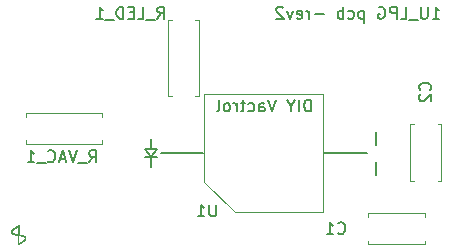
<source format=gbr>
G04 #@! TF.GenerationSoftware,KiCad,Pcbnew,(5.0.0)*
G04 #@! TF.CreationDate,2018-08-29T14:30:47+02:00*
G04 #@! TF.ProjectId,1u_lpg,31755F6C70672E6B696361645F706362,rev?*
G04 #@! TF.SameCoordinates,Original*
G04 #@! TF.FileFunction,Legend,Bot*
G04 #@! TF.FilePolarity,Positive*
%FSLAX46Y46*%
G04 Gerber Fmt 4.6, Leading zero omitted, Abs format (unit mm)*
G04 Created by KiCad (PCBNEW (5.0.0)) date 08/29/18 14:30:47*
%MOMM*%
%LPD*%
G01*
G04 APERTURE LIST*
%ADD10C,0.150000*%
%ADD11C,0.120000*%
%ADD12C,0.050000*%
G04 APERTURE END LIST*
D10*
X36583333Y-1702380D02*
X37154761Y-1702380D01*
X36869047Y-1702380D02*
X36869047Y-702380D01*
X36964285Y-845238D01*
X37059523Y-940476D01*
X37154761Y-988095D01*
X36154761Y-702380D02*
X36154761Y-1511904D01*
X36107142Y-1607142D01*
X36059523Y-1654761D01*
X35964285Y-1702380D01*
X35773809Y-1702380D01*
X35678571Y-1654761D01*
X35630952Y-1607142D01*
X35583333Y-1511904D01*
X35583333Y-702380D01*
X35345238Y-1797619D02*
X34583333Y-1797619D01*
X33869047Y-1702380D02*
X34345238Y-1702380D01*
X34345238Y-702380D01*
X33535714Y-1702380D02*
X33535714Y-702380D01*
X33154761Y-702380D01*
X33059523Y-750000D01*
X33011904Y-797619D01*
X32964285Y-892857D01*
X32964285Y-1035714D01*
X33011904Y-1130952D01*
X33059523Y-1178571D01*
X33154761Y-1226190D01*
X33535714Y-1226190D01*
X32011904Y-750000D02*
X32107142Y-702380D01*
X32250000Y-702380D01*
X32392857Y-750000D01*
X32488095Y-845238D01*
X32535714Y-940476D01*
X32583333Y-1130952D01*
X32583333Y-1273809D01*
X32535714Y-1464285D01*
X32488095Y-1559523D01*
X32392857Y-1654761D01*
X32250000Y-1702380D01*
X32154761Y-1702380D01*
X32011904Y-1654761D01*
X31964285Y-1607142D01*
X31964285Y-1273809D01*
X32154761Y-1273809D01*
X30773809Y-1035714D02*
X30773809Y-2035714D01*
X30773809Y-1083333D02*
X30678571Y-1035714D01*
X30488095Y-1035714D01*
X30392857Y-1083333D01*
X30345238Y-1130952D01*
X30297619Y-1226190D01*
X30297619Y-1511904D01*
X30345238Y-1607142D01*
X30392857Y-1654761D01*
X30488095Y-1702380D01*
X30678571Y-1702380D01*
X30773809Y-1654761D01*
X29440476Y-1654761D02*
X29535714Y-1702380D01*
X29726190Y-1702380D01*
X29821428Y-1654761D01*
X29869047Y-1607142D01*
X29916666Y-1511904D01*
X29916666Y-1226190D01*
X29869047Y-1130952D01*
X29821428Y-1083333D01*
X29726190Y-1035714D01*
X29535714Y-1035714D01*
X29440476Y-1083333D01*
X29011904Y-1702380D02*
X29011904Y-702380D01*
X29011904Y-1083333D02*
X28916666Y-1035714D01*
X28726190Y-1035714D01*
X28630952Y-1083333D01*
X28583333Y-1130952D01*
X28535714Y-1226190D01*
X28535714Y-1511904D01*
X28583333Y-1607142D01*
X28630952Y-1654761D01*
X28726190Y-1702380D01*
X28916666Y-1702380D01*
X29011904Y-1654761D01*
X27345238Y-1321428D02*
X26583333Y-1321428D01*
X26107142Y-1702380D02*
X26107142Y-1035714D01*
X26107142Y-1226190D02*
X26059523Y-1130952D01*
X26011904Y-1083333D01*
X25916666Y-1035714D01*
X25821428Y-1035714D01*
X25107142Y-1654761D02*
X25202380Y-1702380D01*
X25392857Y-1702380D01*
X25488095Y-1654761D01*
X25535714Y-1559523D01*
X25535714Y-1178571D01*
X25488095Y-1083333D01*
X25392857Y-1035714D01*
X25202380Y-1035714D01*
X25107142Y-1083333D01*
X25059523Y-1178571D01*
X25059523Y-1273809D01*
X25535714Y-1369047D01*
X24726190Y-1035714D02*
X24488095Y-1702380D01*
X24250000Y-1035714D01*
X23916666Y-797619D02*
X23869047Y-750000D01*
X23773809Y-702380D01*
X23535714Y-702380D01*
X23440476Y-750000D01*
X23392857Y-797619D01*
X23345238Y-892857D01*
X23345238Y-988095D01*
X23392857Y-1130952D01*
X23964285Y-1702380D01*
X23345238Y-1702380D01*
G04 #@! TO.C,U1*
X31750000Y-12400000D02*
X31750000Y-11300000D01*
X31750000Y-13800000D02*
X31750000Y-14900000D01*
X27350000Y-13100000D02*
X31050000Y-13100000D01*
X17150000Y-13100000D02*
X13550000Y-13100000D01*
X12750000Y-12700000D02*
X12750000Y-11900000D01*
X12750000Y-13400000D02*
X12750000Y-14300000D01*
X12250000Y-12700000D02*
X12750000Y-13400000D01*
X13250000Y-12700000D02*
X12250000Y-12700000D01*
X12750000Y-13400000D02*
X13250000Y-12700000D01*
X13250000Y-13400000D02*
X12250000Y-13400000D01*
D11*
X27260000Y-8090000D02*
X27260000Y-18110000D01*
X17240000Y-8090000D02*
X27260000Y-8090000D01*
X17240000Y-15530000D02*
X17240000Y-8090000D01*
X19820000Y-18110000D02*
X17240000Y-15530000D01*
X27260000Y-18110000D02*
X19820000Y-18110000D01*
G04 #@! TO.C,R_VAC_1*
X8600000Y-10020000D02*
X8600000Y-9690000D01*
X8600000Y-9690000D02*
X2180000Y-9690000D01*
X2180000Y-9690000D02*
X2180000Y-10020000D01*
X8600000Y-11980000D02*
X8600000Y-12310000D01*
X8600000Y-12310000D02*
X2180000Y-12310000D01*
X2180000Y-12310000D02*
X2180000Y-11980000D01*
G04 #@! TO.C,R_LED_1*
X16810000Y-8270000D02*
X16480000Y-8270000D01*
X16810000Y-1850000D02*
X16810000Y-8270000D01*
X16480000Y-1850000D02*
X16810000Y-1850000D01*
X14190000Y-8270000D02*
X14520000Y-8270000D01*
X14190000Y-1850000D02*
X14190000Y-8270000D01*
X14520000Y-1850000D02*
X14190000Y-1850000D01*
G04 #@! TO.C,C1*
X35910000Y-18504000D02*
X35910000Y-18190000D01*
X35910000Y-20810000D02*
X35910000Y-20496000D01*
X31090000Y-18504000D02*
X31090000Y-18190000D01*
X31090000Y-20810000D02*
X31090000Y-20496000D01*
X31090000Y-18190000D02*
X35910000Y-18190000D01*
X31090000Y-20810000D02*
X35910000Y-20810000D01*
G04 #@! TO.C,C2*
X34690000Y-10590000D02*
X34690000Y-15410000D01*
X37310000Y-10590000D02*
X37310000Y-15410000D01*
X34690000Y-10590000D02*
X35004000Y-10590000D01*
X36996000Y-10590000D02*
X37310000Y-10590000D01*
X34690000Y-15410000D02*
X35004000Y-15410000D01*
X36996000Y-15410000D02*
X37310000Y-15410000D01*
D12*
G04 #@! TO.C,REF\002A\002A*
X1329657Y-19949699D02*
X1339733Y-19951487D01*
X1359927Y-19954917D02*
X1370044Y-19956560D01*
X1410559Y-19962681D02*
X1420695Y-19964103D01*
X1319575Y-19947856D02*
X1329657Y-19949699D01*
X1160402Y-19909566D02*
X1170193Y-19912559D01*
X1370044Y-19956560D02*
X1380167Y-19958158D01*
X1400417Y-19961215D02*
X1410559Y-19962681D01*
X1451140Y-19968131D02*
X1461305Y-19969398D01*
X1380167Y-19958158D02*
X1390289Y-19959708D01*
X1249395Y-19933353D02*
X1259383Y-19935612D01*
X1239430Y-19931026D02*
X1249395Y-19933353D01*
X1440986Y-19966827D02*
X1451140Y-19968131D01*
X1170193Y-19912559D02*
X1180018Y-19915456D01*
X1501969Y-19974103D02*
X1502011Y-19974108D01*
X1219542Y-19926155D02*
X1229475Y-19928627D01*
X1502011Y-19974108D02*
X1502009Y-19974105D01*
X1481623Y-19971820D02*
X1491799Y-19972979D01*
X1229475Y-19928627D02*
X1239430Y-19931026D01*
X1121566Y-19896514D02*
X1131213Y-19899949D01*
X1430842Y-19965485D02*
X1440986Y-19966827D01*
X1269390Y-19937806D02*
X1279396Y-19939933D01*
X1199742Y-19920976D02*
X1209628Y-19923605D01*
X1299459Y-19944009D02*
X1309506Y-19945959D01*
X1150635Y-19906469D02*
X1160402Y-19909566D01*
X1420695Y-19964103D02*
X1430842Y-19965485D01*
X1189875Y-19918262D02*
X1199742Y-19920976D01*
X1339733Y-19951487D02*
X1349818Y-19953225D01*
X1289416Y-19942000D02*
X1299459Y-19944009D01*
X1471457Y-19970626D02*
X1481623Y-19971820D01*
X1349818Y-19953225D02*
X1359927Y-19954917D01*
X1140909Y-19903267D02*
X1150635Y-19906469D01*
X1209628Y-19923605D02*
X1219542Y-19926155D01*
X1390289Y-19959708D02*
X1400417Y-19961215D01*
X1309506Y-19945959D02*
X1319575Y-19947856D01*
X1180018Y-19915456D02*
X1189875Y-19918262D01*
X1131213Y-19899949D02*
X1140909Y-19903267D01*
X1461305Y-19969398D02*
X1471457Y-19970626D01*
X1259383Y-19935612D02*
X1269390Y-19937806D01*
X1491799Y-19972979D02*
X1501969Y-19974103D01*
X1279396Y-19939933D02*
X1289416Y-19942000D01*
X1183441Y-19468631D02*
X1175027Y-19474637D01*
X1109350Y-19524808D02*
X1101383Y-19531379D01*
X1150037Y-19492989D02*
X1141796Y-19499223D01*
X1166658Y-19480695D02*
X1158331Y-19486809D01*
X1055077Y-19572587D02*
X1047668Y-19579789D01*
X1092937Y-19885419D02*
X1102432Y-19889261D01*
X1208881Y-19450936D02*
X1200368Y-19456783D01*
X1083509Y-19881426D02*
X1092937Y-19885419D01*
X1217439Y-19445130D02*
X1208881Y-19450936D01*
X1037652Y-19858729D02*
X1046616Y-19863685D01*
X1074155Y-19877270D02*
X1083509Y-19881426D01*
X1085636Y-19544766D02*
X1077864Y-19551590D01*
X1070185Y-19558491D02*
X1062590Y-19565485D01*
X1020176Y-19848067D02*
X1028829Y-19853530D01*
X1158331Y-19486809D02*
X1150037Y-19492989D01*
X1055695Y-19868414D02*
X1064885Y-19872940D01*
X952207Y-19721990D02*
X950635Y-19732065D01*
X1125472Y-19511875D02*
X1117387Y-19518303D01*
X1033178Y-19594536D02*
X1026206Y-19601969D01*
X1191889Y-19462680D02*
X1183441Y-19468631D01*
X1175027Y-19474637D02*
X1166658Y-19480695D01*
X1011717Y-19842312D02*
X1020176Y-19848067D01*
X974091Y-19807869D02*
X980739Y-19815650D01*
X1117387Y-19518303D02*
X1109350Y-19524808D01*
X957798Y-19702428D02*
X954631Y-19712105D01*
X1006003Y-19624916D02*
X999566Y-19632811D01*
X1062590Y-19565485D02*
X1055077Y-19572587D01*
X1111971Y-19892953D02*
X1121566Y-19896514D01*
X1102432Y-19889261D02*
X1111971Y-19892953D01*
X1064885Y-19872940D02*
X1074155Y-19877270D01*
X970747Y-19674771D02*
X965945Y-19683759D01*
X965945Y-19683759D02*
X961600Y-19692979D01*
X993309Y-19640855D02*
X987261Y-19649059D01*
X951990Y-19762467D02*
X954591Y-19772305D01*
X1046616Y-19863685D02*
X1055695Y-19868414D01*
X968087Y-19799644D02*
X974091Y-19807869D01*
X981461Y-19657431D02*
X975942Y-19665994D01*
X1077864Y-19551590D02*
X1070185Y-19558491D01*
X950465Y-19752405D02*
X951990Y-19762467D01*
X1019341Y-19609505D02*
X1012602Y-19617150D01*
X1003489Y-19836231D02*
X1011717Y-19842312D01*
X995539Y-19829790D02*
X1003489Y-19836231D01*
X954591Y-19772305D02*
X958215Y-19781836D01*
X987261Y-19649059D02*
X981461Y-19657431D01*
X1040367Y-19587101D02*
X1033178Y-19594536D01*
X1133607Y-19505518D02*
X1125472Y-19511875D01*
X1101383Y-19531379D02*
X1093474Y-19538033D01*
X1141796Y-19499223D02*
X1133607Y-19505518D01*
X1200368Y-19456783D02*
X1191889Y-19462680D01*
X962751Y-19790958D02*
X968087Y-19799644D01*
X961600Y-19692979D02*
X957798Y-19702428D01*
X975942Y-19665994D02*
X970747Y-19674771D01*
X1028829Y-19853530D02*
X1037652Y-19858729D01*
X987923Y-19822939D02*
X995539Y-19829790D01*
X980739Y-19815650D02*
X987923Y-19822939D01*
X950028Y-19742225D02*
X950465Y-19752405D01*
X958215Y-19781836D02*
X962751Y-19790958D01*
X1093474Y-19538033D02*
X1085636Y-19544766D01*
X950635Y-19732065D02*
X950028Y-19742225D01*
X954631Y-19712105D02*
X952207Y-19721990D01*
X999566Y-19632811D02*
X993309Y-19640855D01*
X1047668Y-19579789D02*
X1040367Y-19587101D01*
X1012602Y-19617150D02*
X1006003Y-19624916D01*
X1026206Y-19601969D02*
X1019341Y-19609505D01*
X2043467Y-20136941D02*
X2050798Y-20143938D01*
X2020037Y-20117576D02*
X2028069Y-20123763D01*
X2011808Y-20111653D02*
X2020037Y-20117576D01*
X2057864Y-20151210D02*
X2064644Y-20158753D01*
X2050798Y-20143938D02*
X2057864Y-20151210D01*
X2003405Y-20105989D02*
X2011808Y-20111653D01*
X1977270Y-20090450D02*
X1986119Y-20095396D01*
X2035892Y-20130223D02*
X2043467Y-20136941D01*
X2028069Y-20123763D02*
X2035892Y-20130223D01*
X1994834Y-20100572D02*
X2003405Y-20105989D01*
X1986119Y-20095396D02*
X1994834Y-20100572D01*
X2100212Y-20230802D02*
X2101950Y-20240819D01*
X2071116Y-20166552D02*
X2076996Y-20174842D01*
X2064644Y-20158753D02*
X2071116Y-20166552D01*
X2091284Y-20201710D02*
X2094872Y-20211213D01*
X2101950Y-20240819D02*
X2103057Y-20250912D01*
X2087099Y-20192457D02*
X2091284Y-20201710D01*
X2103057Y-20250912D02*
X2103533Y-20261056D01*
X2097851Y-20220925D02*
X2100212Y-20230802D01*
X2094872Y-20211213D02*
X2097851Y-20220925D01*
X2082327Y-20183482D02*
X2087099Y-20192457D01*
X2076996Y-20174842D02*
X2082327Y-20183482D01*
X1775603Y-20019085D02*
X1785579Y-20021589D01*
X1815373Y-20029573D02*
X1825256Y-20032397D01*
X1805462Y-20026831D02*
X1815373Y-20029573D01*
X1844945Y-20038299D02*
X1854736Y-20041376D01*
X1785579Y-20021589D02*
X1795527Y-20024169D01*
X1864510Y-20044545D02*
X1874252Y-20047804D01*
X1795527Y-20024169D02*
X1805462Y-20026831D01*
X1854736Y-20041376D02*
X1864510Y-20044545D01*
X1765618Y-20016659D02*
X1775603Y-20019085D01*
X1835118Y-20035306D02*
X1844945Y-20038299D01*
X1825256Y-20032397D02*
X1835118Y-20035306D01*
X1450533Y-19307611D02*
X1441899Y-19312129D01*
X1424682Y-19321258D02*
X1416099Y-19325869D01*
X1226019Y-19439379D02*
X1217439Y-19445130D01*
X1234641Y-19433666D02*
X1226019Y-19439379D01*
X1243288Y-19428001D02*
X1234641Y-19433666D01*
X1251960Y-19422383D02*
X1243288Y-19428001D01*
X1260660Y-19416807D02*
X1251960Y-19422383D01*
X1278154Y-19405774D02*
X1269394Y-19411270D01*
X1441899Y-19312129D02*
X1433279Y-19316680D01*
X1459189Y-19303123D02*
X1450533Y-19307611D01*
X1398982Y-19335182D02*
X1390456Y-19339879D01*
X1304554Y-19389549D02*
X1295730Y-19394918D01*
X1322285Y-19378923D02*
X1313406Y-19384218D01*
X1416099Y-19325869D02*
X1407527Y-19330513D01*
X1390456Y-19339879D02*
X1381941Y-19344610D01*
X1339598Y-19368747D02*
X1331190Y-19373665D01*
X1269394Y-19411270D02*
X1260660Y-19416807D01*
X1286934Y-19400323D02*
X1278154Y-19405774D01*
X1364958Y-19354168D02*
X1356482Y-19358998D01*
X1295730Y-19394918D02*
X1286934Y-19400323D01*
X1348035Y-19363854D02*
X1339598Y-19368747D01*
X1373446Y-19349371D02*
X1364958Y-19354168D01*
X1356482Y-19358998D02*
X1348035Y-19363854D01*
X1313406Y-19384218D02*
X1304554Y-19389549D01*
X1381941Y-19344610D02*
X1373446Y-19349371D01*
X1433279Y-19316680D02*
X1424682Y-19321258D01*
X1331190Y-19373665D02*
X1322285Y-19378923D01*
X1407527Y-19330513D02*
X1398982Y-19335182D01*
X1468825Y-19333059D02*
X1468797Y-19322667D01*
X1468856Y-19343470D02*
X1468825Y-19333059D01*
X1470281Y-19561999D02*
X1470182Y-19551594D01*
X1468708Y-19260257D02*
X1468706Y-19249862D01*
X1468736Y-19291450D02*
X1468723Y-19281055D01*
X1468753Y-19301857D02*
X1468736Y-19291450D01*
X1470489Y-19582811D02*
X1470384Y-19572413D01*
X1469901Y-19520360D02*
X1469814Y-19509955D01*
X1469291Y-19437124D02*
X1469229Y-19426721D01*
X1469649Y-19489146D02*
X1469571Y-19478734D01*
X1472122Y-19718028D02*
X1471979Y-19707621D01*
X1469425Y-19457931D02*
X1469356Y-19447522D01*
X1472415Y-19738828D02*
X1472267Y-19728424D01*
X1473033Y-19780438D02*
X1472874Y-19770029D01*
X1468890Y-19353868D02*
X1468856Y-19343470D01*
X1469730Y-19499550D02*
X1469649Y-19489146D01*
X1472267Y-19728424D02*
X1472122Y-19718028D01*
X1511522Y-19276996D02*
X1504575Y-19280289D01*
X1469814Y-19509955D02*
X1469730Y-19499550D01*
X1468929Y-19364271D02*
X1468890Y-19353868D01*
X1470182Y-19551594D02*
X1470085Y-19541180D01*
X1468713Y-19270653D02*
X1468708Y-19260257D01*
X1468970Y-19374674D02*
X1468929Y-19364271D01*
X1469171Y-19416311D02*
X1469116Y-19405902D01*
X1470823Y-19614026D02*
X1470709Y-19603626D01*
X1466864Y-19299178D02*
X1459189Y-19303123D01*
X1474547Y-19295264D02*
X1466864Y-19299178D01*
X1482249Y-19291376D02*
X1474547Y-19295264D01*
X1472718Y-19759624D02*
X1472565Y-19749231D01*
X1469116Y-19405902D02*
X1469064Y-19395494D01*
X1489955Y-19287524D02*
X1482249Y-19291376D01*
X1471569Y-19676416D02*
X1471438Y-19666020D01*
X1497684Y-19283702D02*
X1489955Y-19287524D01*
X1469992Y-19530766D02*
X1469901Y-19520360D01*
X1502959Y-19271566D02*
X1511522Y-19276996D01*
X1469015Y-19385084D02*
X1468970Y-19374674D01*
X1470709Y-19603626D02*
X1470598Y-19593215D01*
X1468773Y-19312257D02*
X1468753Y-19301857D01*
X1468797Y-19322667D02*
X1468773Y-19312257D01*
X1469571Y-19478734D02*
X1469496Y-19468324D01*
X1469356Y-19447522D02*
X1469291Y-19437124D01*
X1470941Y-19624421D02*
X1470823Y-19614026D01*
X1471703Y-19686818D02*
X1471569Y-19676416D01*
X1469496Y-19468324D02*
X1469425Y-19457931D01*
X1472565Y-19749231D02*
X1472415Y-19738828D01*
X1471183Y-19645218D02*
X1471060Y-19634815D01*
X1504575Y-19280289D02*
X1497684Y-19283702D01*
X1468723Y-19281055D02*
X1468713Y-19270653D01*
X1469064Y-19395494D02*
X1469015Y-19385084D01*
X1470384Y-19572413D02*
X1470281Y-19561999D01*
X1471060Y-19634815D02*
X1470941Y-19624421D01*
X1494389Y-19266132D02*
X1502959Y-19271566D01*
X1485834Y-19260707D02*
X1494389Y-19266132D01*
X1477267Y-19255275D02*
X1485834Y-19260707D01*
X1468706Y-19249846D02*
X1477267Y-19255275D01*
X1468706Y-19249862D02*
X1468706Y-19249846D01*
X1469229Y-19426721D02*
X1469171Y-19416311D01*
X1471840Y-19697215D02*
X1471703Y-19686818D01*
X1471979Y-19707621D02*
X1471840Y-19697215D01*
X1470085Y-19541180D02*
X1469992Y-19530766D01*
X1470598Y-19593215D02*
X1470489Y-19582811D01*
X1471309Y-19655616D02*
X1471183Y-19645218D01*
X1471438Y-19666020D02*
X1471309Y-19655616D01*
X1472874Y-19770029D02*
X1472718Y-19759624D01*
X1654786Y-19994458D02*
X1664917Y-19996170D01*
X1695261Y-20001648D02*
X1705352Y-20003594D01*
X1705352Y-20003594D02*
X1715440Y-20005604D01*
X1664917Y-19996170D02*
X1675045Y-19997939D01*
X1675045Y-19997939D02*
X1685154Y-19999763D01*
X1755621Y-20014308D02*
X1765618Y-20016659D01*
X1725515Y-20007680D02*
X1735570Y-20009821D01*
X1685154Y-19999763D02*
X1695261Y-20001648D01*
X1745605Y-20012030D02*
X1755621Y-20014308D01*
X1715440Y-20005604D02*
X1725515Y-20007680D01*
X1735570Y-20009821D02*
X1745605Y-20012030D01*
X2102580Y-20281347D02*
X2101147Y-20291419D01*
X2096377Y-20311163D02*
X2092942Y-20320913D01*
X2075342Y-20358294D02*
X2070083Y-20367193D01*
X2080280Y-20349210D02*
X2075342Y-20358294D01*
X2084873Y-20339948D02*
X2080280Y-20349210D01*
X2089100Y-20330515D02*
X2084873Y-20339948D01*
X2103533Y-20261056D02*
X2103374Y-20271224D01*
X2101147Y-20291419D02*
X2099078Y-20301375D01*
X2092942Y-20320913D02*
X2089100Y-20330515D01*
X2099078Y-20301375D02*
X2096377Y-20311163D01*
X2103374Y-20271224D02*
X2102580Y-20281347D01*
X1474394Y-19863642D02*
X1474214Y-19853233D01*
X1474760Y-19884451D02*
X1474575Y-19874044D01*
X1474946Y-19894857D02*
X1474760Y-19884451D01*
X1476529Y-19978088D02*
X1476323Y-19967694D01*
X1476738Y-19988499D02*
X1476529Y-19978088D01*
X1477596Y-20030103D02*
X1477378Y-20019708D01*
X1478040Y-20050902D02*
X1477817Y-20040495D01*
X1477817Y-20040495D02*
X1477596Y-20030103D01*
X1477378Y-20019708D02*
X1477162Y-20009313D01*
X1476323Y-19967694D02*
X1476119Y-19957299D01*
X1475327Y-19915665D02*
X1475135Y-19905257D01*
X1478493Y-20071705D02*
X1478265Y-20061299D01*
X1475917Y-19946888D02*
X1475718Y-19936485D01*
X1474038Y-19842840D02*
X1473864Y-19832433D01*
X1475718Y-19936485D02*
X1475521Y-19926076D01*
X1476949Y-19998902D02*
X1476738Y-19988499D01*
X1478265Y-20061299D02*
X1478040Y-20050902D01*
X1474214Y-19853233D02*
X1474038Y-19842840D01*
X1476119Y-19957299D02*
X1475917Y-19946888D01*
X1473524Y-19811642D02*
X1473357Y-19801235D01*
X1477162Y-20009313D02*
X1476949Y-19998902D01*
X1474575Y-19874044D02*
X1474394Y-19863642D01*
X1475521Y-19926076D02*
X1475327Y-19915665D01*
X1473194Y-19790842D02*
X1473033Y-19780438D01*
X1475135Y-19905257D02*
X1474946Y-19894857D01*
X1473864Y-19832433D02*
X1473692Y-19822038D01*
X1473357Y-19801235D02*
X1473194Y-19790842D01*
X1473692Y-19822038D02*
X1473524Y-19811642D01*
X1491771Y-20560490D02*
X1491435Y-20550091D01*
X1495278Y-20664455D02*
X1494914Y-20654048D01*
X1494914Y-20654048D02*
X1494553Y-20643645D01*
X1492451Y-20581287D02*
X1492110Y-20570885D01*
X1496014Y-20685245D02*
X1495644Y-20674846D01*
X1496765Y-20706049D02*
X1496388Y-20695644D01*
X1493841Y-20622854D02*
X1493490Y-20612463D01*
X1482449Y-20238160D02*
X1482185Y-20227765D01*
X1488521Y-20456528D02*
X1488209Y-20446139D01*
X1490771Y-20529306D02*
X1490442Y-20518917D01*
X1491435Y-20550091D02*
X1491102Y-20539701D01*
X1491102Y-20539701D02*
X1490771Y-20529306D01*
X1493490Y-20612463D02*
X1493141Y-20602071D01*
X1496388Y-20695644D02*
X1496014Y-20685245D01*
X1487287Y-20414946D02*
X1486985Y-20404547D01*
X1489471Y-20487714D02*
X1489152Y-20477315D01*
X1487900Y-20435733D02*
X1487592Y-20425343D01*
X1488209Y-20446139D02*
X1487900Y-20435733D01*
X1490116Y-20508516D02*
X1489792Y-20498113D01*
X1495644Y-20674846D02*
X1495278Y-20664455D01*
X1488835Y-20466922D02*
X1488521Y-20456528D01*
X1478723Y-20082116D02*
X1478493Y-20071705D01*
X1478955Y-20092517D02*
X1478723Y-20082116D01*
X1492795Y-20591681D02*
X1492451Y-20581287D01*
X1479190Y-20102929D02*
X1478955Y-20092517D01*
X1481663Y-20206963D02*
X1481405Y-20196562D01*
X1485797Y-20362954D02*
X1485505Y-20352556D01*
X1479427Y-20113336D02*
X1479190Y-20102929D01*
X1479666Y-20123735D02*
X1479427Y-20113336D01*
X1479908Y-20134146D02*
X1479666Y-20123735D01*
X1486386Y-20383749D02*
X1486090Y-20373344D01*
X1480152Y-20144543D02*
X1479908Y-20134146D01*
X1480398Y-20154946D02*
X1480152Y-20144543D01*
X1480646Y-20165353D02*
X1480398Y-20154946D01*
X1480897Y-20175760D02*
X1480646Y-20165353D01*
X1485505Y-20352556D02*
X1485216Y-20342153D01*
X1481923Y-20217365D02*
X1481663Y-20206963D01*
X1483804Y-20290150D02*
X1483529Y-20279751D01*
X1494196Y-20633252D02*
X1493841Y-20622854D01*
X1483255Y-20269357D02*
X1482984Y-20258959D01*
X1494553Y-20643645D02*
X1494196Y-20633252D01*
X1497146Y-20716445D02*
X1496765Y-20706049D01*
X1497531Y-20726839D02*
X1497146Y-20716445D01*
X1484644Y-20321347D02*
X1484362Y-20310951D01*
X1490442Y-20518917D02*
X1490116Y-20508516D01*
X1497921Y-20737235D02*
X1497531Y-20726839D01*
X1489792Y-20498113D02*
X1489471Y-20487714D01*
X1481150Y-20186164D02*
X1480897Y-20175760D01*
X1482716Y-20248558D02*
X1482449Y-20238160D01*
X1484929Y-20331749D02*
X1484644Y-20321347D01*
X1493141Y-20602071D02*
X1492795Y-20591681D01*
X1484082Y-20300551D02*
X1483804Y-20290150D01*
X1484362Y-20310951D02*
X1484082Y-20300551D01*
X1489152Y-20477315D02*
X1488835Y-20466922D01*
X1481405Y-20196562D02*
X1481150Y-20186164D01*
X1492110Y-20570885D02*
X1491771Y-20560490D01*
X1485216Y-20342153D02*
X1484929Y-20331749D01*
X1486985Y-20404547D02*
X1486684Y-20394151D01*
X1482185Y-20227765D02*
X1481923Y-20217365D01*
X1482984Y-20258959D02*
X1482716Y-20248558D01*
X1483529Y-20279751D02*
X1483255Y-20269357D01*
X1486090Y-20373344D02*
X1485797Y-20362954D01*
X1486684Y-20394151D02*
X1486386Y-20383749D01*
X1487592Y-20425343D02*
X1487287Y-20414946D01*
X1525029Y-19738772D02*
X1524878Y-19749169D01*
X1526845Y-19593139D02*
X1526734Y-19603540D01*
X1526134Y-19655544D02*
X1526006Y-19665948D01*
X1525176Y-19728365D02*
X1525029Y-19738772D01*
X1525322Y-19717962D02*
X1525176Y-19728365D01*
X1526954Y-19582737D02*
X1526845Y-19593139D01*
X1526006Y-19665948D02*
X1525875Y-19676354D01*
X1527059Y-19572334D02*
X1526954Y-19582737D01*
X1527162Y-19561934D02*
X1527059Y-19572334D01*
X1526620Y-19613938D02*
X1526503Y-19624347D01*
X1527358Y-19541127D02*
X1527261Y-19551521D01*
X1525603Y-19697164D02*
X1525464Y-19707566D01*
X1523920Y-19811587D02*
X1523751Y-19821985D01*
X1524086Y-19801190D02*
X1523920Y-19811587D01*
X1526260Y-19645144D02*
X1526134Y-19655544D01*
X1525740Y-19686760D02*
X1525603Y-19697164D01*
X1524411Y-19780383D02*
X1524249Y-19790796D01*
X1524249Y-19790796D02*
X1524086Y-19801190D01*
X1527261Y-19551521D02*
X1527162Y-19561934D01*
X1526383Y-19634749D02*
X1526260Y-19645144D01*
X1527451Y-19530724D02*
X1527358Y-19541127D01*
X1525464Y-19707566D02*
X1525322Y-19717962D01*
X1524725Y-19759580D02*
X1524569Y-19769977D01*
X1525875Y-19676354D02*
X1525740Y-19686760D01*
X1526503Y-19624347D02*
X1526383Y-19634749D01*
X1524569Y-19769977D02*
X1524411Y-19780383D01*
X1526734Y-19603540D02*
X1526620Y-19613938D01*
X1524878Y-19749169D02*
X1524725Y-19759580D01*
X1422805Y-19254363D02*
X1431654Y-19249775D01*
X1528729Y-19270680D02*
X1528720Y-19281076D01*
X1447430Y-19241703D02*
X1455337Y-19237711D01*
X1291964Y-19327104D02*
X1300777Y-19321904D01*
X1528737Y-19230917D02*
X1528737Y-19240393D01*
X1309378Y-19316873D02*
X1318004Y-19311871D01*
X1256926Y-19348247D02*
X1265655Y-19342906D01*
X1528735Y-19260269D02*
X1528729Y-19270680D01*
X1528737Y-19249862D02*
X1528735Y-19260269D01*
X1396379Y-19268313D02*
X1405168Y-19263633D01*
X1318004Y-19311871D02*
X1326642Y-19306904D01*
X1326642Y-19306904D02*
X1335291Y-19301974D01*
X1335291Y-19301974D02*
X1343964Y-19297073D01*
X1265655Y-19342906D02*
X1274398Y-19337607D01*
X1528720Y-19281076D02*
X1528707Y-19291473D01*
X1370087Y-19282557D02*
X1378835Y-19277777D01*
X1431654Y-19249775D02*
X1439538Y-19245723D01*
X1413971Y-19258985D02*
X1422805Y-19254363D01*
X1405168Y-19263633D02*
X1413971Y-19258985D01*
X1352658Y-19292201D02*
X1361360Y-19287365D01*
X1387596Y-19273031D02*
X1396379Y-19268313D01*
X1527541Y-19520313D02*
X1527451Y-19530724D01*
X1528707Y-19291473D02*
X1528690Y-19301871D01*
X1283164Y-19332343D02*
X1291964Y-19327104D01*
X1527794Y-19489119D02*
X1527713Y-19499517D01*
X1528151Y-19437107D02*
X1528086Y-19447508D01*
X1471203Y-19229824D02*
X1478540Y-19226196D01*
X1527629Y-19509910D02*
X1527541Y-19520313D01*
X1527713Y-19499517D02*
X1527629Y-19509910D01*
X1527872Y-19478718D02*
X1527794Y-19489119D01*
X1455337Y-19237711D02*
X1463264Y-19233749D01*
X1527946Y-19468315D02*
X1527872Y-19478718D01*
X1528018Y-19457912D02*
X1527946Y-19468315D01*
X1528086Y-19447508D02*
X1528018Y-19457912D01*
X1528213Y-19426708D02*
X1528151Y-19437107D01*
X1478540Y-19226196D02*
X1485917Y-19222697D01*
X1528272Y-19416312D02*
X1528213Y-19426708D01*
X1528327Y-19405906D02*
X1528272Y-19416312D01*
X1528737Y-19202518D02*
X1528737Y-19211985D01*
X1528379Y-19395505D02*
X1528327Y-19405906D01*
X1528587Y-19343484D02*
X1528552Y-19353887D01*
X1528690Y-19301871D02*
X1528670Y-19312269D01*
X1528737Y-19221457D02*
X1528737Y-19230917D01*
X1503051Y-19214621D02*
X1511604Y-19210590D01*
X1343964Y-19297073D02*
X1352658Y-19292201D01*
X1528427Y-19385096D02*
X1528379Y-19395505D01*
X1361360Y-19287365D02*
X1370087Y-19282557D01*
X1528472Y-19374694D02*
X1528427Y-19385096D01*
X1528737Y-19240393D02*
X1528737Y-19249862D01*
X1494489Y-19218656D02*
X1503051Y-19214621D01*
X1274398Y-19337607D02*
X1283164Y-19332343D01*
X1520170Y-19206554D02*
X1528737Y-19202518D01*
X1511604Y-19210590D02*
X1520170Y-19206554D01*
X1378835Y-19277777D02*
X1387596Y-19273031D01*
X1528618Y-19333076D02*
X1528587Y-19343484D01*
X1300777Y-19321904D02*
X1309378Y-19316873D01*
X1485917Y-19222697D02*
X1494489Y-19218656D01*
X1439538Y-19245723D02*
X1447430Y-19241703D01*
X1528514Y-19364286D02*
X1528472Y-19374694D01*
X1528552Y-19353887D02*
X1528514Y-19364286D01*
X1528646Y-19322666D02*
X1528618Y-19333076D01*
X1528670Y-19312269D02*
X1528646Y-19322666D01*
X1528737Y-19211985D02*
X1528737Y-19221457D01*
X1463264Y-19233749D02*
X1471203Y-19229824D01*
X1506672Y-20529272D02*
X1506341Y-20539671D01*
X1505671Y-20560466D02*
X1505333Y-20570862D01*
X1498316Y-20747630D02*
X1497921Y-20737235D01*
X1498721Y-20758034D02*
X1498316Y-20747630D01*
X1507651Y-20498075D02*
X1507327Y-20508479D01*
X1499521Y-20737221D02*
X1499125Y-20747627D01*
X1506341Y-20539671D02*
X1506008Y-20550067D01*
X1507001Y-20518876D02*
X1506672Y-20529272D01*
X1507327Y-20508479D02*
X1507001Y-20518876D01*
X1507973Y-20487664D02*
X1507651Y-20498075D01*
X1504648Y-20591647D02*
X1504302Y-20602045D01*
X1500677Y-20706039D02*
X1500296Y-20716433D01*
X1501428Y-20685234D02*
X1501054Y-20695639D01*
X1505333Y-20570862D02*
X1504992Y-20581255D01*
X1504302Y-20602045D02*
X1503953Y-20612444D01*
X1502165Y-20664432D02*
X1501798Y-20674837D01*
X1499125Y-20747627D02*
X1498721Y-20758034D01*
X1499911Y-20726825D02*
X1499521Y-20737221D01*
X1503246Y-20633243D02*
X1502889Y-20643636D01*
X1500296Y-20716433D02*
X1499911Y-20726825D01*
X1502528Y-20654031D02*
X1502165Y-20664432D01*
X1503601Y-20622841D02*
X1503246Y-20633243D01*
X1502889Y-20643636D02*
X1502528Y-20654031D01*
X1501054Y-20695639D02*
X1500677Y-20706039D01*
X1503953Y-20612444D02*
X1503601Y-20622841D01*
X1506008Y-20550067D02*
X1505671Y-20560466D01*
X1501798Y-20674837D02*
X1501428Y-20685234D01*
X1504992Y-20581255D02*
X1504648Y-20591647D01*
X1523751Y-19821985D02*
X1523579Y-19832382D01*
X1513640Y-20290057D02*
X1513363Y-20300456D01*
X1518951Y-20071650D02*
X1518721Y-20082052D01*
X1511354Y-20373261D02*
X1511058Y-20383662D01*
X1510760Y-20394068D02*
X1510460Y-20404462D01*
X1512515Y-20331672D02*
X1512228Y-20342072D01*
X1519404Y-20050853D02*
X1519178Y-20061256D01*
X1518017Y-20113250D02*
X1517778Y-20123650D01*
X1516039Y-20196466D02*
X1515782Y-20206864D01*
X1517293Y-20144447D02*
X1517047Y-20154850D01*
X1522116Y-19915606D02*
X1521922Y-19926009D01*
X1512228Y-20342072D02*
X1511939Y-20352463D01*
X1513916Y-20279652D02*
X1513640Y-20290057D01*
X1516548Y-20175655D02*
X1516294Y-20186061D01*
X1522497Y-19894801D02*
X1522308Y-19905214D01*
X1517537Y-20134051D02*
X1517293Y-20144447D01*
X1523229Y-19853185D02*
X1523050Y-19863587D01*
X1517778Y-20123650D02*
X1517537Y-20134051D01*
X1523050Y-19863587D02*
X1522868Y-19873990D01*
X1514189Y-20269251D02*
X1513916Y-20279652D01*
X1518721Y-20082052D02*
X1518489Y-20092455D01*
X1511648Y-20362857D02*
X1511354Y-20373261D01*
X1514461Y-20258848D02*
X1514189Y-20269251D01*
X1515522Y-20217265D02*
X1515260Y-20227660D01*
X1520066Y-20019638D02*
X1519847Y-20030040D01*
X1508292Y-20477263D02*
X1507973Y-20487664D01*
X1508608Y-20466868D02*
X1508292Y-20477263D01*
X1508922Y-20456473D02*
X1508608Y-20466868D01*
X1509235Y-20446066D02*
X1508922Y-20456473D01*
X1515260Y-20227660D02*
X1514996Y-20238059D01*
X1509544Y-20435671D02*
X1509235Y-20446066D01*
X1521325Y-19957215D02*
X1521121Y-19967617D01*
X1509852Y-20425272D02*
X1509544Y-20435671D01*
X1518254Y-20102856D02*
X1518017Y-20113250D01*
X1512800Y-20321274D02*
X1512515Y-20331672D01*
X1514729Y-20248452D02*
X1514461Y-20258848D01*
X1519847Y-20030040D02*
X1519627Y-20040447D01*
X1513082Y-20310865D02*
X1512800Y-20321274D01*
X1516294Y-20186061D02*
X1516039Y-20196466D01*
X1517047Y-20154850D02*
X1516798Y-20165255D01*
X1516798Y-20165255D02*
X1516548Y-20175655D01*
X1520281Y-20009243D02*
X1520066Y-20019638D01*
X1521526Y-19946821D02*
X1521325Y-19957215D01*
X1523406Y-19842774D02*
X1523229Y-19853185D01*
X1520706Y-19988433D02*
X1520495Y-19998840D01*
X1523579Y-19832382D02*
X1523406Y-19842774D01*
X1522684Y-19884392D02*
X1522497Y-19894801D01*
X1511939Y-20352463D02*
X1511648Y-20362857D01*
X1514996Y-20238059D02*
X1514729Y-20248452D01*
X1519178Y-20061256D02*
X1518951Y-20071650D01*
X1520495Y-19998840D02*
X1520281Y-20009243D01*
X1510157Y-20414869D02*
X1509852Y-20425272D01*
X1510460Y-20404462D02*
X1510157Y-20414869D01*
X1511058Y-20383662D02*
X1510760Y-20394068D01*
X1513363Y-20300456D02*
X1513082Y-20310865D01*
X1515782Y-20206864D02*
X1515522Y-20217265D01*
X1518489Y-20092455D02*
X1518254Y-20102856D01*
X1521726Y-19936419D02*
X1521526Y-19946821D01*
X1521922Y-19926009D02*
X1521726Y-19936419D01*
X1522308Y-19905214D02*
X1522116Y-19915606D01*
X1519627Y-20040447D02*
X1519404Y-20050853D01*
X1520915Y-19978024D02*
X1520706Y-19988433D01*
X1522868Y-19873990D02*
X1522684Y-19884392D01*
X1521121Y-19967617D02*
X1520915Y-19978024D01*
X1259711Y-19998324D02*
X1249551Y-19996206D01*
X1525964Y-20037208D02*
X1515815Y-20036049D01*
X1269879Y-20000381D02*
X1259711Y-19998324D01*
X1474867Y-20031478D02*
X1464565Y-20030282D01*
X1331074Y-20011540D02*
X1320844Y-20009808D01*
X1382308Y-20019522D02*
X1372054Y-20018011D01*
X1596947Y-20046009D02*
X1586823Y-20044663D01*
X1392567Y-20020992D02*
X1382308Y-20019522D01*
X1464565Y-20030282D02*
X1454261Y-20029055D01*
X1536124Y-20038388D02*
X1525964Y-20037208D01*
X1617191Y-20048809D02*
X1607071Y-20047390D01*
X1546264Y-20039589D02*
X1536124Y-20038388D01*
X1361795Y-20016458D02*
X1351543Y-20014863D01*
X1413123Y-20023822D02*
X1402842Y-20022426D01*
X1556407Y-20040816D02*
X1546264Y-20039589D01*
X1402842Y-20022426D02*
X1392567Y-20020992D01*
X1505674Y-20034909D02*
X1495512Y-20033783D01*
X1576682Y-20043350D02*
X1566536Y-20042067D01*
X1433681Y-20026506D02*
X1423397Y-20025181D01*
X1627314Y-20050270D02*
X1617191Y-20048809D01*
X1188978Y-19982051D02*
X1178950Y-19979419D01*
X1229285Y-19991774D02*
X1219181Y-19989456D01*
X1239407Y-19994023D02*
X1229285Y-19991774D01*
X1249551Y-19996206D02*
X1239407Y-19994023D01*
X1485172Y-20032643D02*
X1474867Y-20031478D01*
X1310638Y-20008029D02*
X1300431Y-20006198D01*
X1443963Y-20027796D02*
X1433681Y-20026506D01*
X1280051Y-20002376D02*
X1269879Y-20000381D01*
X1290242Y-20004315D02*
X1280051Y-20002376D01*
X1566536Y-20042067D02*
X1556407Y-20040816D01*
X1341313Y-20013226D02*
X1331074Y-20011540D01*
X1300431Y-20006198D02*
X1290242Y-20004315D01*
X1423397Y-20025181D02*
X1413123Y-20023822D01*
X1586823Y-20044663D02*
X1576682Y-20043350D01*
X1495470Y-20033779D02*
X1485172Y-20032643D01*
X1199019Y-19984596D02*
X1188978Y-19982051D01*
X1219181Y-19989456D02*
X1209092Y-19987065D01*
X1320844Y-20009808D02*
X1310638Y-20008029D01*
X1454261Y-20029055D02*
X1443963Y-20027796D01*
X1351543Y-20014863D02*
X1341313Y-20013226D01*
X1495512Y-20033783D02*
X1495470Y-20033779D01*
X1372054Y-20018011D02*
X1361795Y-20016458D01*
X1607071Y-20047390D02*
X1596947Y-20046009D01*
X1515815Y-20036049D02*
X1505674Y-20034909D01*
X1178950Y-19979419D02*
X1168944Y-19976700D01*
X1209092Y-19987065D02*
X1199019Y-19984596D01*
X1802737Y-20600904D02*
X1794054Y-20606201D01*
X1989827Y-20460937D02*
X1982375Y-20467880D01*
X1982375Y-20467880D02*
X1974851Y-20474724D01*
X1928167Y-20514032D02*
X1920157Y-20520303D01*
X1912093Y-20526496D02*
X1903971Y-20532616D01*
X1516761Y-20749365D02*
X1507743Y-20753703D01*
X1597804Y-20710165D02*
X1588804Y-20714533D01*
X1828608Y-20584663D02*
X1820024Y-20590131D01*
X1895788Y-20538669D02*
X1887546Y-20544656D01*
X1525769Y-20745025D02*
X1516761Y-20749365D01*
X1552787Y-20731980D02*
X1543777Y-20736334D01*
X1570787Y-20723267D02*
X1561784Y-20727627D01*
X1794054Y-20606201D02*
X1785339Y-20611447D01*
X1997193Y-20453906D02*
X1989827Y-20460937D01*
X1854128Y-20567900D02*
X1845655Y-20573554D01*
X1811398Y-20595545D02*
X1802737Y-20600904D01*
X1820024Y-20590131D02*
X1811398Y-20595545D01*
X1870924Y-20556415D02*
X1862552Y-20562187D01*
X1837150Y-20579139D02*
X1828608Y-20584663D01*
X1534772Y-20740682D02*
X1525769Y-20745025D01*
X1936115Y-20507683D02*
X1928167Y-20514032D01*
X1543777Y-20736334D02*
X1534772Y-20740682D01*
X1750167Y-20631954D02*
X1741314Y-20636966D01*
X1561784Y-20727627D02*
X1552787Y-20731980D01*
X1579797Y-20718901D02*
X1570787Y-20723267D01*
X1588804Y-20714533D02*
X1579797Y-20718901D01*
X1767799Y-20621799D02*
X1758998Y-20626898D01*
X1606802Y-20705794D02*
X1597804Y-20710165D01*
X1615795Y-20701423D02*
X1606802Y-20705794D01*
X1651791Y-20683896D02*
X1642797Y-20688280D01*
X1741314Y-20636966D02*
X1732432Y-20641942D01*
X1624794Y-20697045D02*
X1615795Y-20701423D01*
X1687770Y-20666332D02*
X1678773Y-20670728D01*
X1633796Y-20692664D02*
X1624794Y-20697045D01*
X1669784Y-20675117D02*
X1660787Y-20679509D01*
X1714607Y-20651786D02*
X1705665Y-20656663D01*
X1967244Y-20481486D02*
X1959570Y-20488156D01*
X1642797Y-20688280D02*
X1633796Y-20692664D01*
X1862552Y-20562187D02*
X1854128Y-20567900D01*
X1879264Y-20550566D02*
X1870924Y-20556415D01*
X1951820Y-20494746D02*
X1943995Y-20501259D01*
X1974851Y-20474724D02*
X1967244Y-20481486D01*
X1723532Y-20646880D02*
X1714607Y-20651786D01*
X1696717Y-20661510D02*
X1687770Y-20666332D01*
X1705665Y-20656663D02*
X1696717Y-20661510D01*
X1943995Y-20501259D02*
X1936115Y-20507683D01*
X1845655Y-20573554D02*
X1837150Y-20579139D01*
X1903971Y-20532616D02*
X1895788Y-20538669D01*
X1732432Y-20641942D02*
X1723532Y-20646880D01*
X1920157Y-20520303D02*
X1912093Y-20526496D01*
X1785339Y-20611447D02*
X1776585Y-20616646D01*
X1887546Y-20544656D02*
X1879264Y-20550566D01*
X1959570Y-20488156D02*
X1951820Y-20494746D01*
X1660787Y-20679509D02*
X1651791Y-20683896D01*
X1678773Y-20670728D02*
X1669784Y-20675117D01*
X1758998Y-20626898D02*
X1750167Y-20631954D01*
X1776585Y-20616646D02*
X1767799Y-20621799D01*
X2057843Y-20279397D02*
X2058323Y-20269588D01*
X1657594Y-20054908D02*
X1647506Y-20053315D01*
X2048387Y-20317173D02*
X2051625Y-20308011D01*
X1687803Y-20059989D02*
X1677744Y-20058243D01*
X1856576Y-20100241D02*
X1846814Y-20097217D01*
X1787762Y-20080962D02*
X1777842Y-20078544D01*
X1933146Y-20128335D02*
X1923742Y-20124415D01*
X2026007Y-20360254D02*
X2031153Y-20352006D01*
X1797665Y-20083459D02*
X1787762Y-20080962D01*
X1807545Y-20086039D02*
X1797665Y-20083459D01*
X2026290Y-20189260D02*
X2019219Y-20181913D01*
X2052075Y-20231015D02*
X2048491Y-20221876D01*
X1866303Y-20103359D02*
X1856576Y-20100241D01*
X2032900Y-20197026D02*
X2026290Y-20189260D01*
X2056815Y-20250030D02*
X2054848Y-20240422D01*
X1875939Y-20106675D02*
X1866303Y-20103359D01*
X2054848Y-20240422D02*
X2052075Y-20231015D01*
X2048491Y-20221876D02*
X2044097Y-20213103D01*
X2031153Y-20352006D02*
X2036008Y-20343575D01*
X2054339Y-20298677D02*
X2056521Y-20289122D01*
X2009143Y-20384042D02*
X2014976Y-20376254D01*
X2019219Y-20181913D02*
X2011736Y-20174981D01*
X1951731Y-20136750D02*
X1942488Y-20132441D01*
X2014976Y-20376254D02*
X2020605Y-20368330D01*
X1978687Y-20151179D02*
X1969851Y-20146089D01*
X2058323Y-20269588D02*
X2057976Y-20259779D01*
X2051625Y-20308011D02*
X2054339Y-20298677D01*
X2003893Y-20168460D02*
X1995740Y-20162334D01*
X1960861Y-20141291D02*
X1951731Y-20136750D01*
X1637414Y-20051770D02*
X1627314Y-20050270D01*
X1647506Y-20053315D02*
X1637414Y-20051770D01*
X1747954Y-20071744D02*
X1737957Y-20069621D01*
X1677744Y-20058243D02*
X1667676Y-20056550D01*
X1697866Y-20061795D02*
X1687803Y-20059989D01*
X1914275Y-20120650D02*
X1904742Y-20117011D01*
X2038897Y-20204787D02*
X2032900Y-20197026D01*
X2057976Y-20259779D02*
X2056815Y-20250030D01*
X1995740Y-20162334D02*
X1987324Y-20156582D01*
X2040528Y-20334964D02*
X2044669Y-20326165D01*
X1717933Y-20065580D02*
X1707908Y-20063658D01*
X1757927Y-20073935D02*
X1747954Y-20071744D01*
X2011736Y-20174981D02*
X2003893Y-20168460D01*
X1923742Y-20124415D02*
X1914275Y-20120650D01*
X2020605Y-20368330D02*
X2026007Y-20360254D01*
X1837033Y-20094288D02*
X1827230Y-20091451D01*
X1827230Y-20091451D02*
X1817401Y-20088702D01*
X2044097Y-20213103D02*
X2038897Y-20204787D01*
X1707908Y-20063658D02*
X1697866Y-20061795D01*
X1885577Y-20110048D02*
X1875939Y-20106675D01*
X1942488Y-20132441D02*
X1933146Y-20128335D01*
X1987324Y-20156582D02*
X1978687Y-20151179D01*
X2056521Y-20289122D02*
X2057843Y-20279397D01*
X1817401Y-20088702D02*
X1807545Y-20086039D01*
X1667676Y-20056550D02*
X1657594Y-20054908D01*
X1767894Y-20076202D02*
X1757927Y-20073935D01*
X1969851Y-20146089D02*
X1960861Y-20141291D01*
X1777842Y-20078544D02*
X1767894Y-20076202D01*
X2036008Y-20343575D02*
X2040528Y-20334964D01*
X1904742Y-20117011D02*
X1895180Y-20113486D01*
X2044669Y-20326165D02*
X2048387Y-20317173D01*
X1727953Y-20067568D02*
X1717933Y-20065580D01*
X1737957Y-20069621D02*
X1727953Y-20067568D01*
X1846814Y-20097217D02*
X1837033Y-20094288D01*
X1895180Y-20113486D02*
X1885577Y-20110048D01*
X1857345Y-20531630D02*
X1865358Y-20525289D01*
X1663130Y-20663127D02*
X1671807Y-20658152D01*
X1671807Y-20658152D02*
X1680468Y-20653188D01*
X1732233Y-20620257D02*
X1740788Y-20614673D01*
X1833003Y-20550300D02*
X1841159Y-20544139D01*
X1749324Y-20609048D02*
X1757843Y-20603378D01*
X1766331Y-20597669D02*
X1774786Y-20591918D01*
X1515998Y-20747985D02*
X1524633Y-20742973D01*
X1585175Y-20707961D02*
X1593833Y-20702969D01*
X1541925Y-20732952D02*
X1550572Y-20727948D01*
X1849274Y-20537917D02*
X1857345Y-20531630D01*
X1841159Y-20544139D02*
X1849274Y-20537917D01*
X1824806Y-20556400D02*
X1833003Y-20550300D01*
X1567877Y-20717945D02*
X1576529Y-20712950D01*
X1654463Y-20668100D02*
X1663130Y-20663127D01*
X1808275Y-20568448D02*
X1816564Y-20562448D01*
X1533275Y-20737962D02*
X1541925Y-20732952D01*
X1791591Y-20580287D02*
X1799954Y-20574391D01*
X1524633Y-20742973D02*
X1533275Y-20737962D01*
X1645797Y-20673075D02*
X1654463Y-20668100D01*
X1507743Y-20753703D02*
X1498725Y-20758033D01*
X2003140Y-20391699D02*
X2009143Y-20384042D01*
X1723646Y-20625813D02*
X1732233Y-20620257D01*
X1602485Y-20697984D02*
X1611135Y-20693003D01*
X1637125Y-20678056D02*
X1645797Y-20673075D01*
X1996990Y-20399238D02*
X2003140Y-20391699D01*
X1904624Y-20492560D02*
X1912297Y-20485797D01*
X1990716Y-20406671D02*
X1996990Y-20399238D01*
X1984339Y-20414014D02*
X1990716Y-20406671D01*
X1611135Y-20693003D02*
X1619806Y-20688013D01*
X1889091Y-20505860D02*
X1896893Y-20499242D01*
X1977873Y-20421288D02*
X1984339Y-20414014D01*
X1970948Y-20428802D02*
X1977873Y-20421288D01*
X1507357Y-20753006D02*
X1515998Y-20747985D01*
X1912297Y-20485797D02*
X1919904Y-20478959D01*
X1628471Y-20683030D02*
X1637125Y-20678056D01*
X1963913Y-20436234D02*
X1970948Y-20428802D01*
X1956786Y-20443573D02*
X1963913Y-20436234D01*
X1934895Y-20465052D02*
X1942277Y-20457975D01*
X1550572Y-20727948D02*
X1559219Y-20722948D01*
X1689127Y-20647752D02*
X1697781Y-20642300D01*
X1799954Y-20574391D02*
X1808275Y-20568448D01*
X1576529Y-20712950D02*
X1585175Y-20707961D01*
X1783208Y-20586124D02*
X1791591Y-20580287D01*
X1559219Y-20722948D02*
X1567877Y-20717945D01*
X1706417Y-20636831D02*
X1715040Y-20631337D01*
X1680468Y-20653188D02*
X1689127Y-20647752D01*
X1949576Y-20450816D02*
X1956786Y-20443573D01*
X1619806Y-20688013D02*
X1628471Y-20683030D01*
X1927434Y-20472048D02*
X1934895Y-20465052D01*
X1715040Y-20631337D02*
X1723646Y-20625813D01*
X1942277Y-20457975D02*
X1949576Y-20450816D01*
X1757843Y-20603378D02*
X1766331Y-20597669D01*
X1816564Y-20562448D02*
X1824806Y-20556400D01*
X1919904Y-20478959D02*
X1927434Y-20472048D01*
X1740788Y-20614673D02*
X1749324Y-20609048D01*
X1593833Y-20702969D02*
X1602485Y-20697984D01*
X1873323Y-20518880D02*
X1881240Y-20512400D01*
X1774786Y-20591918D02*
X1783208Y-20586124D01*
X1697781Y-20642300D02*
X1706417Y-20636831D01*
X1896893Y-20499242D02*
X1904624Y-20492560D01*
X1881240Y-20512400D02*
X1889091Y-20505860D01*
X1498725Y-20758033D02*
X1507357Y-20753006D01*
X1865358Y-20525289D02*
X1873323Y-20518880D01*
X2011791Y-20439500D02*
X2004468Y-20446785D01*
X2046262Y-20400986D02*
X2039722Y-20408994D01*
X2058682Y-20384453D02*
X2052595Y-20392800D01*
X2026073Y-20424534D02*
X2019004Y-20432081D01*
X2032984Y-20416843D02*
X2026073Y-20424534D01*
X2052595Y-20392800D02*
X2046262Y-20400986D01*
X2070083Y-20367193D02*
X2064519Y-20375917D01*
X2064519Y-20375917D02*
X2058682Y-20384453D01*
X2019004Y-20432081D02*
X2011791Y-20439500D01*
X2039722Y-20408994D02*
X2032984Y-20416843D01*
X2004468Y-20446785D02*
X1997193Y-20453906D01*
X1179516Y-19398090D02*
X1188008Y-19392378D01*
X1056847Y-19490209D02*
X1064687Y-19483624D01*
X1104695Y-19451758D02*
X1112848Y-19445575D01*
X1096589Y-19458003D02*
X1104695Y-19451758D01*
X1041357Y-19503608D02*
X1049068Y-19496870D01*
X1248214Y-19353628D02*
X1256926Y-19348247D01*
X1239541Y-19359038D02*
X1248214Y-19353628D01*
X950034Y-19600134D02*
X956216Y-19591966D01*
X1121037Y-19439456D02*
X1129283Y-19433384D01*
X938267Y-19616906D02*
X944045Y-19608448D01*
X917592Y-19652268D02*
X922354Y-19643196D01*
X944045Y-19608448D02*
X950034Y-19600134D01*
X1145884Y-19421413D02*
X1154239Y-19415508D01*
X1188008Y-19392378D02*
X1196522Y-19386718D01*
X1064687Y-19483624D02*
X1072580Y-19477117D01*
X1129283Y-19433384D02*
X1137566Y-19427370D01*
X1018684Y-19524300D02*
X1026160Y-19517320D01*
X1080529Y-19470680D02*
X1088537Y-19464306D01*
X1230885Y-19364492D02*
X1239541Y-19359038D01*
X1222250Y-19369988D02*
X1230885Y-19364492D01*
X1213645Y-19375524D02*
X1222250Y-19369988D01*
X1162631Y-19409653D02*
X1171063Y-19403843D01*
X975819Y-19568290D02*
X982669Y-19560667D01*
X1205066Y-19381101D02*
X1213645Y-19375524D01*
X1196522Y-19386718D02*
X1205066Y-19381101D01*
X1026160Y-19517320D02*
X1033719Y-19510424D01*
X1171063Y-19403843D02*
X1179516Y-19398090D01*
X1154239Y-19415508D02*
X1162631Y-19409653D01*
X1137566Y-19427370D02*
X1145884Y-19421413D01*
X1011292Y-19531370D02*
X1018684Y-19524300D01*
X969121Y-19576046D02*
X975819Y-19568290D01*
X996775Y-19545803D02*
X1003989Y-19538534D01*
X927402Y-19634279D02*
X932712Y-19625518D01*
X913138Y-19661504D02*
X917592Y-19652268D01*
X1049068Y-19496870D02*
X1056847Y-19490209D01*
X1003989Y-19538534D02*
X1011292Y-19531370D01*
X1112848Y-19445575D02*
X1121037Y-19439456D01*
X932712Y-19625518D02*
X938267Y-19616906D01*
X1088537Y-19464306D02*
X1096589Y-19458003D01*
X1033719Y-19510424D02*
X1041357Y-19503608D01*
X989668Y-19553169D02*
X996775Y-19545803D01*
X962588Y-19583931D02*
X969121Y-19576046D01*
X956216Y-19591966D02*
X962588Y-19583931D01*
X922354Y-19643196D02*
X927402Y-19634279D01*
X1072580Y-19477117D02*
X1080529Y-19470680D01*
X982669Y-19560667D02*
X989668Y-19553169D01*
X1502009Y-19974105D02*
X1512220Y-19975217D01*
X1532639Y-19977524D02*
X1542838Y-19978721D01*
X1522435Y-19976357D02*
X1532639Y-19977524D01*
X1512220Y-19975217D02*
X1522435Y-19976357D01*
X1614157Y-19988121D02*
X1624325Y-19989632D01*
X1634493Y-19991191D02*
X1644648Y-19992799D01*
X1644648Y-19992799D02*
X1654786Y-19994458D01*
X1624325Y-19989632D02*
X1634493Y-19991191D01*
X1593802Y-19985235D02*
X1603985Y-19986656D01*
X1583614Y-19983856D02*
X1593802Y-19985235D01*
X1573425Y-19982517D02*
X1583614Y-19983856D01*
X1563240Y-19981217D02*
X1573425Y-19982517D01*
X1553037Y-19979952D02*
X1563240Y-19981217D01*
X1542838Y-19978721D02*
X1553037Y-19979952D01*
X1603985Y-19986656D02*
X1614157Y-19988121D01*
X1168944Y-19976700D02*
X1158974Y-19973892D01*
X1129193Y-19964854D02*
X1119342Y-19961626D01*
X892515Y-19740304D02*
X893296Y-19730090D01*
X898462Y-19790946D02*
X895904Y-19781024D01*
X901699Y-19800670D02*
X898462Y-19790946D01*
X1061202Y-19939532D02*
X1051731Y-19935327D01*
X910101Y-19819345D02*
X905587Y-19810143D01*
X940500Y-19860671D02*
X933530Y-19852994D01*
X1005736Y-19911471D02*
X996898Y-19906059D01*
X1080368Y-19947466D02*
X1070754Y-19943577D01*
X1014712Y-19916654D02*
X1005736Y-19911471D01*
X894038Y-19770957D02*
X892861Y-19760788D01*
X905587Y-19810143D02*
X901699Y-19800670D01*
X1023819Y-19921623D02*
X1014712Y-19916654D01*
X979701Y-19894494D02*
X971385Y-19888318D01*
X920814Y-19836787D02*
X915190Y-19828230D01*
X1042329Y-19930944D02*
X1033027Y-19926382D01*
X909027Y-19670882D02*
X913138Y-19661504D01*
X1090042Y-19951209D02*
X1080368Y-19947466D01*
X1139090Y-19967972D02*
X1129193Y-19964854D01*
X901938Y-19690096D02*
X905281Y-19680418D01*
X894669Y-19719929D02*
X896595Y-19709857D01*
X955405Y-19875097D02*
X947800Y-19868035D01*
X926931Y-19845014D02*
X920814Y-19836787D01*
X899030Y-19699912D02*
X901938Y-19690096D01*
X896595Y-19709857D02*
X899030Y-19699912D01*
X892360Y-19750547D02*
X892515Y-19740304D01*
X1033027Y-19926382D02*
X1023819Y-19921623D01*
X1149011Y-19970981D02*
X1139090Y-19967972D01*
X893296Y-19730090D02*
X894669Y-19719929D01*
X915190Y-19828230D02*
X910101Y-19819345D01*
X963274Y-19881853D02*
X955405Y-19875097D01*
X1051731Y-19935327D02*
X1042329Y-19930944D01*
X1109533Y-19958282D02*
X1099756Y-19954808D01*
X1099756Y-19954808D02*
X1090042Y-19951209D01*
X933530Y-19852994D02*
X926931Y-19845014D01*
X892861Y-19760788D02*
X892360Y-19750547D01*
X1158974Y-19973892D02*
X1149011Y-19970981D01*
X971385Y-19888318D02*
X963274Y-19881853D01*
X895904Y-19781024D02*
X894038Y-19770957D01*
X988216Y-19900406D02*
X979701Y-19894494D01*
X1070754Y-19943577D02*
X1061202Y-19939532D01*
X905281Y-19680418D02*
X909027Y-19670882D01*
X947800Y-19868035D02*
X940500Y-19860671D01*
X996898Y-19906059D02*
X988216Y-19900406D01*
X1119342Y-19961626D02*
X1109533Y-19958282D01*
X1950049Y-20076878D02*
X1959224Y-20081202D01*
X1940802Y-20072745D02*
X1950049Y-20076878D01*
X1922082Y-20064984D02*
X1931480Y-20068786D01*
X1874252Y-20047804D02*
X1883971Y-20051158D01*
X1893560Y-20054430D02*
X1903117Y-20057819D01*
X1959224Y-20081202D02*
X1968297Y-20085720D01*
X1903117Y-20057819D02*
X1912624Y-20061332D01*
X1883971Y-20051158D02*
X1893560Y-20054430D01*
X1912624Y-20061332D02*
X1922082Y-20064984D01*
X1931480Y-20068786D02*
X1940802Y-20072745D01*
X1968297Y-20085720D02*
X1977270Y-20090450D01*
G04 #@! TO.C,U1*
D10*
X18261904Y-17452380D02*
X18261904Y-18261904D01*
X18214285Y-18357142D01*
X18166666Y-18404761D01*
X18071428Y-18452380D01*
X17880952Y-18452380D01*
X17785714Y-18404761D01*
X17738095Y-18357142D01*
X17690476Y-18261904D01*
X17690476Y-17452380D01*
X16690476Y-18452380D02*
X17261904Y-18452380D01*
X16976190Y-18452380D02*
X16976190Y-17452380D01*
X17071428Y-17595238D01*
X17166666Y-17690476D01*
X17261904Y-17738095D01*
X26278571Y-9552380D02*
X26278571Y-8552380D01*
X26040476Y-8552380D01*
X25897619Y-8600000D01*
X25802380Y-8695238D01*
X25754761Y-8790476D01*
X25707142Y-8980952D01*
X25707142Y-9123809D01*
X25754761Y-9314285D01*
X25802380Y-9409523D01*
X25897619Y-9504761D01*
X26040476Y-9552380D01*
X26278571Y-9552380D01*
X25278571Y-9552380D02*
X25278571Y-8552380D01*
X24611904Y-9076190D02*
X24611904Y-9552380D01*
X24945238Y-8552380D02*
X24611904Y-9076190D01*
X24278571Y-8552380D01*
X23326190Y-8552380D02*
X22992857Y-9552380D01*
X22659523Y-8552380D01*
X21897619Y-9552380D02*
X21897619Y-9028571D01*
X21945238Y-8933333D01*
X22040476Y-8885714D01*
X22230952Y-8885714D01*
X22326190Y-8933333D01*
X21897619Y-9504761D02*
X21992857Y-9552380D01*
X22230952Y-9552380D01*
X22326190Y-9504761D01*
X22373809Y-9409523D01*
X22373809Y-9314285D01*
X22326190Y-9219047D01*
X22230952Y-9171428D01*
X21992857Y-9171428D01*
X21897619Y-9123809D01*
X20992857Y-9504761D02*
X21088095Y-9552380D01*
X21278571Y-9552380D01*
X21373809Y-9504761D01*
X21421428Y-9457142D01*
X21469047Y-9361904D01*
X21469047Y-9076190D01*
X21421428Y-8980952D01*
X21373809Y-8933333D01*
X21278571Y-8885714D01*
X21088095Y-8885714D01*
X20992857Y-8933333D01*
X20707142Y-8885714D02*
X20326190Y-8885714D01*
X20564285Y-8552380D02*
X20564285Y-9409523D01*
X20516666Y-9504761D01*
X20421428Y-9552380D01*
X20326190Y-9552380D01*
X19992857Y-9552380D02*
X19992857Y-8885714D01*
X19992857Y-9076190D02*
X19945238Y-8980952D01*
X19897619Y-8933333D01*
X19802380Y-8885714D01*
X19707142Y-8885714D01*
X19230952Y-9552380D02*
X19326190Y-9504761D01*
X19373809Y-9457142D01*
X19421428Y-9361904D01*
X19421428Y-9076190D01*
X19373809Y-8980952D01*
X19326190Y-8933333D01*
X19230952Y-8885714D01*
X19088095Y-8885714D01*
X18992857Y-8933333D01*
X18945238Y-8980952D01*
X18897619Y-9076190D01*
X18897619Y-9361904D01*
X18945238Y-9457142D01*
X18992857Y-9504761D01*
X19088095Y-9552380D01*
X19230952Y-9552380D01*
X18326190Y-9552380D02*
X18421428Y-9504761D01*
X18469047Y-9409523D01*
X18469047Y-8552380D01*
G04 #@! TO.C,R_VAC_1*
X7485714Y-13852380D02*
X7819047Y-13376190D01*
X8057142Y-13852380D02*
X8057142Y-12852380D01*
X7676190Y-12852380D01*
X7580952Y-12900000D01*
X7533333Y-12947619D01*
X7485714Y-13042857D01*
X7485714Y-13185714D01*
X7533333Y-13280952D01*
X7580952Y-13328571D01*
X7676190Y-13376190D01*
X8057142Y-13376190D01*
X7295238Y-13947619D02*
X6533333Y-13947619D01*
X6438095Y-12852380D02*
X6104761Y-13852380D01*
X5771428Y-12852380D01*
X5485714Y-13566666D02*
X5009523Y-13566666D01*
X5580952Y-13852380D02*
X5247619Y-12852380D01*
X4914285Y-13852380D01*
X4009523Y-13757142D02*
X4057142Y-13804761D01*
X4200000Y-13852380D01*
X4295238Y-13852380D01*
X4438095Y-13804761D01*
X4533333Y-13709523D01*
X4580952Y-13614285D01*
X4628571Y-13423809D01*
X4628571Y-13280952D01*
X4580952Y-13090476D01*
X4533333Y-12995238D01*
X4438095Y-12900000D01*
X4295238Y-12852380D01*
X4200000Y-12852380D01*
X4057142Y-12900000D01*
X4009523Y-12947619D01*
X3819047Y-13947619D02*
X3057142Y-13947619D01*
X2295238Y-13852380D02*
X2866666Y-13852380D01*
X2580952Y-13852380D02*
X2580952Y-12852380D01*
X2676190Y-12995238D01*
X2771428Y-13090476D01*
X2866666Y-13138095D01*
G04 #@! TO.C,R_LED_1*
X13285714Y-1702380D02*
X13619047Y-1226190D01*
X13857142Y-1702380D02*
X13857142Y-702380D01*
X13476190Y-702380D01*
X13380952Y-750000D01*
X13333333Y-797619D01*
X13285714Y-892857D01*
X13285714Y-1035714D01*
X13333333Y-1130952D01*
X13380952Y-1178571D01*
X13476190Y-1226190D01*
X13857142Y-1226190D01*
X13095238Y-1797619D02*
X12333333Y-1797619D01*
X11619047Y-1702380D02*
X12095238Y-1702380D01*
X12095238Y-702380D01*
X11285714Y-1178571D02*
X10952380Y-1178571D01*
X10809523Y-1702380D02*
X11285714Y-1702380D01*
X11285714Y-702380D01*
X10809523Y-702380D01*
X10380952Y-1702380D02*
X10380952Y-702380D01*
X10142857Y-702380D01*
X9999999Y-750000D01*
X9904761Y-845238D01*
X9857142Y-940476D01*
X9809523Y-1130952D01*
X9809523Y-1273809D01*
X9857142Y-1464285D01*
X9904761Y-1559523D01*
X9999999Y-1654761D01*
X10142857Y-1702380D01*
X10380952Y-1702380D01*
X9619047Y-1797619D02*
X8857142Y-1797619D01*
X8095238Y-1702380D02*
X8666666Y-1702380D01*
X8380952Y-1702380D02*
X8380952Y-702380D01*
X8476190Y-845238D01*
X8571428Y-940476D01*
X8666666Y-988095D01*
G04 #@! TO.C,C1*
X28566666Y-19857142D02*
X28614285Y-19904761D01*
X28757142Y-19952380D01*
X28852380Y-19952380D01*
X28995238Y-19904761D01*
X29090476Y-19809523D01*
X29138095Y-19714285D01*
X29185714Y-19523809D01*
X29185714Y-19380952D01*
X29138095Y-19190476D01*
X29090476Y-19095238D01*
X28995238Y-19000000D01*
X28852380Y-18952380D01*
X28757142Y-18952380D01*
X28614285Y-19000000D01*
X28566666Y-19047619D01*
X27614285Y-19952380D02*
X28185714Y-19952380D01*
X27900000Y-19952380D02*
X27900000Y-18952380D01*
X27995238Y-19095238D01*
X28090476Y-19190476D01*
X28185714Y-19238095D01*
G04 #@! TO.C,C2*
X36357142Y-7733333D02*
X36404761Y-7685714D01*
X36452380Y-7542857D01*
X36452380Y-7447619D01*
X36404761Y-7304761D01*
X36309523Y-7209523D01*
X36214285Y-7161904D01*
X36023809Y-7114285D01*
X35880952Y-7114285D01*
X35690476Y-7161904D01*
X35595238Y-7209523D01*
X35500000Y-7304761D01*
X35452380Y-7447619D01*
X35452380Y-7542857D01*
X35500000Y-7685714D01*
X35547619Y-7733333D01*
X35547619Y-8114285D02*
X35500000Y-8161904D01*
X35452380Y-8257142D01*
X35452380Y-8495238D01*
X35500000Y-8590476D01*
X35547619Y-8638095D01*
X35642857Y-8685714D01*
X35738095Y-8685714D01*
X35880952Y-8638095D01*
X36452380Y-8066666D01*
X36452380Y-8685714D01*
G04 #@! TD*
M02*

</source>
